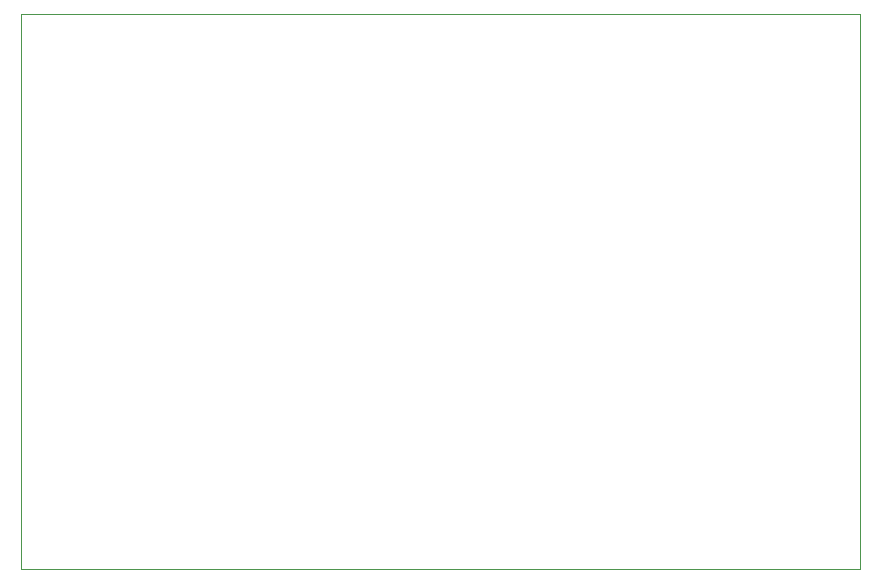
<source format=gbr>
%TF.GenerationSoftware,KiCad,Pcbnew,8.0.6*%
%TF.CreationDate,2025-11-11T21:27:36-08:00*%
%TF.ProjectId,I2S_Dac,4932535f-4461-4632-9e6b-696361645f70,rev?*%
%TF.SameCoordinates,Original*%
%TF.FileFunction,Profile,NP*%
%FSLAX46Y46*%
G04 Gerber Fmt 4.6, Leading zero omitted, Abs format (unit mm)*
G04 Created by KiCad (PCBNEW 8.0.6) date 2025-11-11 21:27:36*
%MOMM*%
%LPD*%
G01*
G04 APERTURE LIST*
%TA.AperFunction,Profile*%
%ADD10C,0.050000*%
%TD*%
G04 APERTURE END LIST*
D10*
X91000000Y-53000000D02*
X162000000Y-53000000D01*
X91000000Y-100000000D02*
X91000000Y-53000000D01*
X162000000Y-100000000D02*
X91000000Y-100000000D01*
X162000000Y-53000000D02*
X162000000Y-100000000D01*
M02*

</source>
